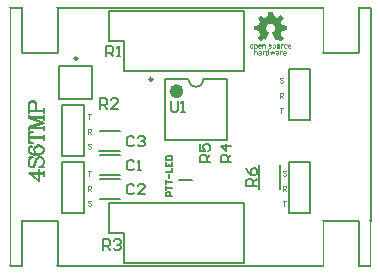
<source format=gto>
G04*
G04 #@! TF.GenerationSoftware,Altium Limited,Altium Designer,20.0.10 (225)*
G04*
G04 Layer_Color=65535*
%FSLAX25Y25*%
%MOIN*%
G70*
G01*
G75*
%ADD10C,0.00984*%
%ADD11C,0.02362*%
%ADD12C,0.00787*%
%ADD13C,0.00500*%
%ADD14C,0.00400*%
%ADD15C,0.00800*%
%ADD16C,0.00300*%
G36*
X87642Y69531D02*
Y69504D01*
X87911Y68132D01*
Y68105D01*
X87938Y68078D01*
X87965Y68051D01*
X88880Y67675D01*
X88961D01*
X90118Y68482D01*
X90145D01*
X90199Y68455D01*
X91195Y67513D01*
Y67486D01*
Y67459D01*
Y67432D01*
Y67405D01*
X90387Y66275D01*
Y66221D01*
Y66195D01*
Y66168D01*
X90818Y65226D01*
Y65199D01*
X90845Y65172D01*
X90899D01*
X92190Y64930D01*
X92244D01*
X92271Y64903D01*
Y64876D01*
Y63504D01*
Y63477D01*
X92244Y63450D01*
X92190D01*
X90926Y63181D01*
X90899D01*
X90872Y63154D01*
X90845Y63127D01*
X90441Y62104D01*
Y62077D01*
Y62050D01*
Y62024D01*
Y61997D01*
X91195Y60947D01*
Y60893D01*
Y60866D01*
X90199Y59898D01*
X90172Y59871D01*
X90145D01*
X90118Y59898D01*
X89069Y60597D01*
X88961D01*
X88530Y60355D01*
X88477D01*
X88450Y60382D01*
X87481Y62696D01*
Y62723D01*
X87508Y62804D01*
X87642Y62858D01*
X87669Y62885D01*
X87696Y62911D01*
X87723Y62938D01*
X87804Y62992D01*
X87911Y63100D01*
X88046Y63235D01*
X88181Y63396D01*
X88288Y63611D01*
X88369Y63853D01*
X88396Y64149D01*
Y64176D01*
Y64257D01*
X88369Y64365D01*
X88342Y64526D01*
X88288Y64688D01*
X88208Y64876D01*
X88100Y65064D01*
X87965Y65226D01*
X87938Y65253D01*
X87885Y65307D01*
X87804Y65360D01*
X87669Y65468D01*
X87508Y65549D01*
X87319Y65602D01*
X87131Y65656D01*
X86889Y65683D01*
X86781D01*
X86674Y65656D01*
X86512Y65629D01*
X86351Y65576D01*
X86162Y65495D01*
X86001Y65387D01*
X85813Y65226D01*
X85786Y65199D01*
X85759Y65145D01*
X85678Y65064D01*
X85597Y64930D01*
X85517Y64768D01*
X85463Y64580D01*
X85409Y64392D01*
X85382Y64149D01*
Y64122D01*
Y64015D01*
X85409Y63880D01*
X85463Y63692D01*
X85544Y63504D01*
X85678Y63288D01*
X85839Y63100D01*
X86082Y62911D01*
Y62885D01*
X86109Y62858D01*
X86136D01*
X86270Y62804D01*
X86297Y62777D01*
Y62696D01*
X85355Y60382D01*
X85328D01*
X85247Y60355D01*
X84790Y60597D01*
X84709D01*
X83660Y59898D01*
X83633Y59871D01*
X83606D01*
X83579Y59898D01*
X82583Y60866D01*
Y60893D01*
Y60920D01*
Y60947D01*
X83337Y61997D01*
Y62024D01*
Y62050D01*
Y62077D01*
Y62104D01*
X82906Y63127D01*
Y63154D01*
X82853Y63181D01*
X81588Y63450D01*
X81561D01*
X81534Y63477D01*
X81507Y63504D01*
Y64876D01*
Y64903D01*
X81534Y64930D01*
X81588D01*
X82879Y65172D01*
X82906D01*
X82987Y65226D01*
X83364Y66168D01*
Y66195D01*
Y66221D01*
Y66248D01*
Y66275D01*
X82583Y67405D01*
Y67432D01*
Y67459D01*
Y67486D01*
Y67513D01*
X83579Y68455D01*
X83606Y68482D01*
X83660D01*
X84790Y67675D01*
X84898D01*
X85813Y68051D01*
X85839D01*
X85866Y68078D01*
Y68132D01*
X86136Y69504D01*
Y69531D01*
X86162Y69558D01*
X87616D01*
X87642Y69531D01*
D02*
G37*
G36*
X91302Y58714D02*
X91410Y58660D01*
X91195Y58391D01*
X91168Y58418D01*
X91141Y58444D01*
X91087Y58471D01*
X91033Y58498D01*
X90979D01*
X90899Y58471D01*
X90791Y58364D01*
X90764Y58283D01*
X90737Y58175D01*
Y57314D01*
X90441D01*
Y58767D01*
X90737D01*
Y58606D01*
X90764Y58633D01*
X90818Y58687D01*
X90952Y58741D01*
X91114Y58767D01*
X91195D01*
X91302Y58714D01*
D02*
G37*
G36*
X85113D02*
X85194Y58633D01*
X85274Y58552D01*
X85328Y58418D01*
X85355Y58256D01*
Y57314D01*
X85059D01*
Y58175D01*
Y58202D01*
Y58229D01*
X85032Y58337D01*
X84925Y58444D01*
X84871Y58498D01*
X84709D01*
X84628Y58471D01*
X84521Y58364D01*
X84494Y58283D01*
X84467Y58175D01*
Y57314D01*
X84171D01*
Y58767D01*
X84467D01*
Y58606D01*
X84494Y58633D01*
X84575Y58687D01*
X84682Y58741D01*
X84871Y58767D01*
X84951D01*
X85113Y58714D01*
D02*
G37*
G36*
X82207Y58741D02*
X82341Y58714D01*
X82476Y58606D01*
X82503Y58579D01*
X82529Y58471D01*
X82556Y58310D01*
Y58041D01*
Y58014D01*
Y57987D01*
Y57825D01*
X82529Y57637D01*
X82476Y57476D01*
X82449Y57449D01*
X82341Y57395D01*
X82207Y57314D01*
X82072Y57287D01*
X82045D01*
X81964Y57314D01*
X81830Y57368D01*
X81668Y57449D01*
Y56319D01*
X81695Y56345D01*
X81776Y56399D01*
X81884Y56453D01*
X82072Y56480D01*
X82153D01*
X82314Y56426D01*
X82395Y56372D01*
X82476Y56265D01*
X82529Y56157D01*
X82556Y55996D01*
Y55054D01*
X82260D01*
Y55888D01*
Y55915D01*
Y55942D01*
X82234Y56050D01*
X82126Y56157D01*
X82072Y56211D01*
X81911D01*
X81830Y56184D01*
X81722Y56076D01*
X81695Y55996D01*
X81668Y55888D01*
Y55054D01*
X81426D01*
Y58767D01*
X81668D01*
Y58606D01*
X81695Y58633D01*
X81803Y58687D01*
X81911Y58741D01*
X82072Y58767D01*
X82099D01*
X82207Y58741D01*
D02*
G37*
G36*
X86970D02*
X87131Y58687D01*
X87319Y58552D01*
X87158Y58364D01*
X87104Y58391D01*
X86997Y58444D01*
X86862Y58471D01*
X86754Y58498D01*
X86701D01*
X86620Y58471D01*
X86539Y58444D01*
X86485Y58337D01*
Y58310D01*
X86512Y58283D01*
X86566Y58229D01*
X86701Y58202D01*
X86943Y58175D01*
X87024D01*
X87158Y58095D01*
X87319Y57960D01*
X87346Y57879D01*
X87373Y57745D01*
Y57718D01*
Y57664D01*
X87346Y57610D01*
X87293Y57529D01*
X87212Y57422D01*
X87104Y57368D01*
X86970Y57314D01*
X86754Y57287D01*
X86701D01*
X86539Y57314D01*
X86351Y57395D01*
X86136Y57556D01*
X86324Y57745D01*
X86351Y57718D01*
X86458Y57664D01*
X86620Y57583D01*
X86781Y57556D01*
X86835D01*
X86943Y57583D01*
X87024Y57637D01*
X87077Y57691D01*
Y57745D01*
Y57772D01*
X87050Y57799D01*
X86997Y57853D01*
X86889Y57906D01*
X86593D01*
X86566Y57933D01*
X86431Y57987D01*
X86297Y58122D01*
X86270Y58202D01*
X86243Y58337D01*
Y58364D01*
Y58418D01*
X86297Y58552D01*
X86378Y58633D01*
X86458Y58714D01*
X86593Y58741D01*
X86754Y58767D01*
X86808D01*
X86970Y58741D01*
D02*
G37*
G36*
X92217D02*
X92379Y58660D01*
X92540Y58525D01*
X92325Y58337D01*
X92298Y58364D01*
X92244Y58418D01*
X92163Y58471D01*
X92029Y58498D01*
X91975D01*
X91867Y58444D01*
X91787Y58391D01*
X91733Y58310D01*
X91706Y58202D01*
X91679Y58041D01*
Y58014D01*
Y57960D01*
X91733Y57825D01*
X91840Y57664D01*
X91921Y57610D01*
X92029Y57583D01*
X92056D01*
X92136Y57610D01*
X92217Y57664D01*
X92325Y57745D01*
X92540Y57556D01*
X92513Y57503D01*
X92405Y57422D01*
X92244Y57341D01*
X92029Y57287D01*
X91921D01*
X91813Y57341D01*
X91706Y57395D01*
X91598Y57476D01*
X91491Y57610D01*
X91410Y57799D01*
X91383Y58041D01*
Y58068D01*
Y58148D01*
X91410Y58283D01*
X91464Y58418D01*
X91544Y58525D01*
X91652Y58660D01*
X91813Y58741D01*
X92029Y58767D01*
X92083D01*
X92217Y58741D01*
D02*
G37*
G36*
X90118Y57314D02*
X89822D01*
Y57449D01*
X89795Y57422D01*
X89714Y57368D01*
X89607Y57314D01*
X89472Y57287D01*
X89392D01*
X89230Y57341D01*
X89122Y57395D01*
X89042Y57503D01*
X88988Y57610D01*
X88961Y57772D01*
Y58767D01*
X89257D01*
Y57906D01*
Y57853D01*
X89284Y57745D01*
X89392Y57637D01*
X89445Y57610D01*
X89553Y57583D01*
X89607D01*
X89688Y57637D01*
X89768Y57718D01*
X89822Y57799D01*
Y57906D01*
Y58767D01*
X90118D01*
Y57314D01*
D02*
G37*
G36*
X93401Y58741D02*
X93536Y58687D01*
X93643Y58633D01*
X93724Y58525D01*
X93805Y58364D01*
X93832Y58175D01*
Y57906D01*
X92917D01*
Y57879D01*
Y57853D01*
X92971Y57745D01*
X93078Y57610D01*
X93159Y57583D01*
X93267Y57556D01*
X93293D01*
X93374Y57583D01*
X93482Y57637D01*
X93563Y57718D01*
X93778Y57529D01*
X93751Y57503D01*
X93643Y57422D01*
X93482Y57314D01*
X93267Y57287D01*
X93159D01*
X93051Y57341D01*
X92944Y57395D01*
X92836Y57476D01*
X92728Y57610D01*
X92648Y57799D01*
X92621Y58041D01*
Y58068D01*
Y58148D01*
X92648Y58283D01*
X92702Y58418D01*
X92755Y58525D01*
X92863Y58660D01*
X93024Y58741D01*
X93213Y58767D01*
X93321D01*
X93401Y58741D01*
D02*
G37*
G36*
X88288D02*
X88423Y58714D01*
X88557Y58606D01*
X88584Y58579D01*
X88638Y58471D01*
X88692Y58310D01*
X88719Y58041D01*
Y58014D01*
Y57987D01*
X88692Y57825D01*
X88665Y57637D01*
X88557Y57476D01*
X88530Y57449D01*
X88450Y57395D01*
X88315Y57314D01*
X88127Y57287D01*
X88073D01*
X87965Y57314D01*
X87831Y57368D01*
X87669Y57476D01*
X87642Y57503D01*
X87616Y57610D01*
X87562Y57799D01*
X87535Y58041D01*
Y58068D01*
Y58095D01*
X87562Y58256D01*
X87589Y58444D01*
X87669Y58606D01*
X87696Y58633D01*
X87777Y58687D01*
X87938Y58741D01*
X88127Y58767D01*
X88181D01*
X88288Y58741D01*
D02*
G37*
G36*
X83525D02*
X83660Y58687D01*
X83767Y58633D01*
X83848Y58525D01*
X83929Y58364D01*
X83956Y58175D01*
Y57906D01*
X83041D01*
Y57879D01*
Y57853D01*
X83095Y57745D01*
X83175Y57610D01*
X83256Y57583D01*
X83364Y57556D01*
X83391D01*
X83498Y57583D01*
X83579Y57637D01*
X83687Y57718D01*
X83929Y57529D01*
X83875Y57503D01*
X83767Y57422D01*
X83606Y57314D01*
X83391Y57287D01*
X83283D01*
X83175Y57341D01*
X83068Y57395D01*
X82960Y57476D01*
X82853Y57610D01*
X82772Y57799D01*
X82745Y58041D01*
Y58068D01*
Y58148D01*
X82772Y58283D01*
X82825Y58418D01*
X82879Y58525D01*
X82987Y58660D01*
X83148Y58741D01*
X83337Y58767D01*
X83444D01*
X83525Y58741D01*
D02*
G37*
G36*
X80753D02*
X80888Y58714D01*
X80996Y58606D01*
X81023Y58579D01*
X81076Y58471D01*
X81130Y58310D01*
X81157Y58041D01*
Y58014D01*
Y57987D01*
X81130Y57825D01*
X81103Y57637D01*
X80996Y57476D01*
X80969Y57449D01*
X80888Y57395D01*
X80753Y57314D01*
X80565Y57287D01*
X80511D01*
X80404Y57314D01*
X80269Y57368D01*
X80108Y57476D01*
X80081Y57503D01*
X80054Y57637D01*
X80027Y57799D01*
X80000Y58041D01*
Y58068D01*
Y58095D01*
X80027Y58256D01*
X80054Y58418D01*
X80108Y58606D01*
X80135Y58633D01*
X80215Y58687D01*
X80377Y58741D01*
X80565Y58767D01*
X80619D01*
X80753Y58741D01*
D02*
G37*
G36*
X90952Y56426D02*
X91060Y56372D01*
X90818Y56130D01*
Y56157D01*
X90764Y56184D01*
X90710Y56211D01*
X90576D01*
X90495Y56184D01*
X90414Y56076D01*
X90360Y55996D01*
Y55888D01*
Y55054D01*
X90064D01*
Y56480D01*
X90360D01*
Y56319D01*
X90387Y56345D01*
X90468Y56399D01*
X90576Y56453D01*
X90764Y56480D01*
X90845D01*
X90952Y56426D01*
D02*
G37*
G36*
X86378Y55054D02*
X86082D01*
Y55161D01*
X86055Y55135D01*
X85974Y55081D01*
X85866Y55027D01*
X85705Y55000D01*
X85678D01*
X85570Y55027D01*
X85436Y55081D01*
X85328Y55215D01*
X85301Y55242D01*
X85274Y55323D01*
X85247Y55377D01*
Y55484D01*
X85220Y55592D01*
Y55753D01*
Y55780D01*
Y55834D01*
X85247Y55996D01*
X85274Y56184D01*
X85301Y56265D01*
X85328Y56319D01*
X85355Y56345D01*
X85409Y56399D01*
X85544Y56453D01*
X85705Y56480D01*
X85732D01*
X85839Y56453D01*
X85947Y56426D01*
X86082Y56319D01*
Y57072D01*
X86378D01*
Y55054D01*
D02*
G37*
G36*
X85113Y56426D02*
X85220Y56372D01*
X85005Y56130D01*
X84978Y56157D01*
X84951Y56184D01*
X84871Y56211D01*
X84763D01*
X84682Y56184D01*
X84575Y56076D01*
X84548Y55996D01*
Y55888D01*
Y55054D01*
X84252D01*
Y56480D01*
X84548D01*
Y56319D01*
X84575Y56345D01*
X84628Y56399D01*
X84736Y56453D01*
X84898Y56480D01*
X85005D01*
X85113Y56426D01*
D02*
G37*
G36*
X88127Y55054D02*
X87858D01*
X87535Y56050D01*
X87239Y55054D01*
X86997D01*
X86539Y56480D01*
X86835D01*
X87104Y55458D01*
X87454Y56480D01*
X87669D01*
X87992Y55458D01*
X88261Y56480D01*
X88584D01*
X88127Y55054D01*
D02*
G37*
G36*
X89472Y56426D02*
X89553Y56372D01*
X89661Y56292D01*
X89714Y56184D01*
X89741Y56023D01*
Y55054D01*
X89472D01*
Y55161D01*
X89445Y55135D01*
X89392Y55081D01*
X89257Y55027D01*
X89096Y55000D01*
X89015D01*
X88853Y55054D01*
X88746Y55108D01*
X88665Y55188D01*
X88611Y55296D01*
X88584Y55458D01*
Y55484D01*
Y55538D01*
X88638Y55673D01*
X88692Y55753D01*
X88800Y55834D01*
X88907Y55861D01*
X89069Y55888D01*
X89472D01*
Y56023D01*
Y56050D01*
X89445Y56130D01*
X89338Y56184D01*
X89284Y56211D01*
X89069D01*
X88961Y56184D01*
X88907Y56130D01*
X88692Y56292D01*
X88719Y56319D01*
X88800Y56399D01*
X88934Y56453D01*
X89176Y56480D01*
X89257D01*
X89472Y56426D01*
D02*
G37*
G36*
X83498Y56453D02*
X83633Y56426D01*
X83741Y56372D01*
X83821Y56292D01*
X83902Y56184D01*
X83929Y56023D01*
Y55054D01*
X83633D01*
Y55161D01*
X83606Y55135D01*
X83552Y55081D01*
X83444Y55027D01*
X83283Y55000D01*
X83202D01*
X83014Y55054D01*
X82906Y55108D01*
X82825Y55188D01*
X82772Y55296D01*
X82745Y55458D01*
Y55484D01*
Y55538D01*
X82799Y55673D01*
X82853Y55753D01*
X82960Y55834D01*
X83068Y55861D01*
X83229Y55888D01*
X83633D01*
Y56023D01*
Y56050D01*
X83606Y56130D01*
X83498Y56184D01*
X83444Y56211D01*
X83229D01*
X83122Y56184D01*
X83041Y56130D01*
X82825Y56292D01*
X82853Y56319D01*
X82960Y56399D01*
X83095Y56453D01*
X83310Y56480D01*
X83418D01*
X83498Y56453D01*
D02*
G37*
G36*
X91840D02*
X91975Y56399D01*
X92083Y56345D01*
X92163Y56238D01*
X92244Y56076D01*
X92271Y55888D01*
Y55619D01*
X91356D01*
Y55592D01*
Y55565D01*
X91410Y55458D01*
X91491Y55323D01*
X91571Y55296D01*
X91679Y55269D01*
X91706D01*
X91813Y55296D01*
X91894Y55350D01*
X92002Y55431D01*
X92217Y55242D01*
X92190Y55215D01*
X92083Y55135D01*
X91921Y55027D01*
X91706Y55000D01*
X91598D01*
X91491Y55054D01*
X91383Y55108D01*
X91275Y55188D01*
X91168Y55323D01*
X91087Y55511D01*
X91060Y55753D01*
Y55780D01*
Y55861D01*
X91087Y55996D01*
X91141Y56130D01*
X91195Y56238D01*
X91302Y56372D01*
X91464Y56453D01*
X91652Y56480D01*
X91760D01*
X91840Y56453D01*
D02*
G37*
%LPC*%
G36*
X81964Y58498D02*
X81911D01*
X81830Y58444D01*
X81776Y58391D01*
X81722Y58310D01*
X81695Y58202D01*
X81668Y58041D01*
Y58014D01*
Y57960D01*
X81695Y57825D01*
X81803Y57664D01*
X81857Y57610D01*
X81964Y57583D01*
X82018D01*
X82126Y57637D01*
X82180Y57691D01*
X82207Y57772D01*
X82260Y57879D01*
Y58041D01*
Y58068D01*
Y58122D01*
X82234Y58283D01*
X82126Y58418D01*
X82072Y58471D01*
X81964Y58498D01*
D02*
G37*
G36*
X93293D02*
X93159D01*
X93078Y58471D01*
X92971Y58364D01*
X92944Y58283D01*
X92917Y58175D01*
X93536D01*
Y58202D01*
Y58229D01*
X93482Y58337D01*
X93374Y58444D01*
X93293Y58498D01*
D02*
G37*
G36*
X88127D02*
X88100D01*
X88046Y58471D01*
X87965Y58444D01*
X87911Y58364D01*
X87885Y58310D01*
X87858Y58202D01*
X87831Y58041D01*
Y57987D01*
Y57906D01*
X87858Y57772D01*
X87911Y57691D01*
Y57664D01*
X87938Y57637D01*
X88019Y57610D01*
X88127Y57583D01*
X88154D01*
X88208Y57610D01*
X88288Y57637D01*
X88342Y57691D01*
X88369Y57718D01*
X88396Y57772D01*
X88423Y57879D01*
Y58041D01*
Y58095D01*
Y58175D01*
X88396Y58283D01*
X88342Y58364D01*
Y58391D01*
X88288Y58444D01*
X88235Y58471D01*
X88127Y58498D01*
D02*
G37*
G36*
X83418D02*
X83283D01*
X83202Y58471D01*
X83095Y58364D01*
X83068Y58283D01*
X83041Y58175D01*
X83660D01*
Y58202D01*
Y58229D01*
X83606Y58337D01*
X83498Y58444D01*
X83418Y58498D01*
D02*
G37*
G36*
X80565D02*
X80538D01*
X80484Y58471D01*
X80404Y58444D01*
X80350Y58364D01*
X80323Y58337D01*
X80296Y58283D01*
X80269Y58175D01*
X80242Y58041D01*
Y58014D01*
X80269Y57906D01*
X80296Y57799D01*
X80350Y57691D01*
Y57664D01*
X80377Y57637D01*
X80458Y57610D01*
X80565Y57583D01*
X80592D01*
X80673Y57610D01*
X80753Y57637D01*
X80807Y57691D01*
Y57718D01*
X80834Y57772D01*
X80861Y57879D01*
Y58041D01*
Y58095D01*
Y58175D01*
X80834Y58283D01*
X80807Y58364D01*
X80780Y58391D01*
X80753Y58444D01*
X80673Y58471D01*
X80565Y58498D01*
D02*
G37*
G36*
X85813Y56211D02*
X85759D01*
X85678Y56157D01*
X85624Y56103D01*
X85570Y56023D01*
X85544Y55915D01*
X85517Y55753D01*
Y55727D01*
Y55673D01*
X85544Y55538D01*
X85651Y55377D01*
X85705Y55323D01*
X85813Y55296D01*
X85866D01*
X85947Y55350D01*
X86001Y55404D01*
X86028Y55484D01*
X86082Y55592D01*
Y55753D01*
Y55780D01*
Y55834D01*
X86055Y55996D01*
X85974Y56130D01*
X85893Y56184D01*
X85813Y56211D01*
D02*
G37*
G36*
X89472Y55619D02*
X89096D01*
X89015Y55592D01*
X88907Y55565D01*
X88880Y55458D01*
Y55431D01*
X88907Y55377D01*
X88988Y55296D01*
X89122Y55269D01*
X89176D01*
X89311Y55296D01*
X89419Y55377D01*
X89445Y55458D01*
X89472Y55538D01*
Y55619D01*
D02*
G37*
G36*
X83633D02*
X83256D01*
X83175Y55592D01*
X83068Y55565D01*
X83041Y55458D01*
Y55431D01*
X83068Y55377D01*
X83148Y55296D01*
X83310Y55269D01*
X83364D01*
X83471Y55296D01*
X83579Y55377D01*
X83633Y55458D01*
Y55538D01*
Y55619D01*
D02*
G37*
G36*
X91733Y56211D02*
X91598D01*
X91518Y56184D01*
X91410Y56076D01*
X91383Y55996D01*
X91356Y55888D01*
X91975D01*
Y55915D01*
Y55942D01*
X91921Y56050D01*
X91813Y56157D01*
X91733Y56211D01*
D02*
G37*
%LPD*%
D10*
X22476Y54071D02*
G03*
X22476Y54071I-492J0D01*
G01*
X47492Y47114D02*
G03*
X47492Y47114I-492J0D01*
G01*
D11*
X56685Y43098D02*
G03*
X56685Y43098I-1181J0D01*
G01*
D12*
X59500Y47035D02*
G03*
X64500Y47035I2500J0D01*
G01*
X56335Y13500D02*
X60665D01*
X78000Y-14000D02*
Y6000D01*
X33000D02*
X78000D01*
X33000Y-4000D02*
Y6000D01*
Y-4000D02*
X38000D01*
Y-14000D02*
Y-4000D01*
Y-14000D02*
X78000D01*
Y50000D02*
Y70000D01*
X33000D02*
X78000D01*
X33000Y60000D02*
Y70000D01*
Y60000D02*
X38000D01*
Y50000D02*
Y60000D01*
Y50000D02*
X78000D01*
X29866Y13847D02*
X36559D01*
X29866Y7153D02*
X36559D01*
X29827Y23232D02*
X36520D01*
X29866Y29847D02*
X36559D01*
X16472Y40488D02*
Y51512D01*
X16473Y40488D02*
X27496D01*
Y51512D01*
X16472Y51512D02*
X27496D01*
X92957Y19543D02*
X100043D01*
X92957Y2457D02*
Y19543D01*
Y2457D02*
X100043D01*
Y19543D01*
X89945Y10486D02*
Y18589D01*
X83055Y10486D02*
Y18589D01*
X51567Y26957D02*
X72433D01*
X64500Y47035D02*
X72433D01*
X51567D02*
X59500D01*
X72433Y26957D02*
Y47035D01*
X51567Y26957D02*
Y47035D01*
X92957Y50528D02*
X100043D01*
X92957Y33441D02*
Y50528D01*
Y33441D02*
X100043D01*
Y50528D01*
X29866Y15154D02*
X36559D01*
X29866Y21847D02*
X36559D01*
X17457Y2457D02*
X24543D01*
Y19543D01*
X17457D02*
X24543D01*
X17457Y2457D02*
Y19543D01*
Y21457D02*
X24543D01*
Y38543D01*
X17457D02*
X24543D01*
X17457Y21457D02*
Y38543D01*
D13*
X54000Y8336D02*
X52000D01*
Y9335D01*
X52333Y9668D01*
X53000D01*
X53333Y9335D01*
Y8336D01*
X52000Y10335D02*
Y11668D01*
Y11001D01*
X54000D01*
X52000Y12334D02*
Y13667D01*
Y13001D01*
X54000D01*
X53000Y14333D02*
Y15666D01*
X52000Y16333D02*
X54000D01*
Y17666D01*
X52000Y19665D02*
Y18332D01*
X54000D01*
Y19665D01*
X53000Y18332D02*
Y18999D01*
X52000Y20332D02*
X54000D01*
Y21331D01*
X53666Y21665D01*
X52333D01*
X52000Y21331D01*
Y20332D01*
D14*
X91100Y47400D02*
X90800Y47699D01*
X90200D01*
X89900Y47400D01*
Y47100D01*
X90200Y46800D01*
X90800D01*
X91100Y46500D01*
Y46200D01*
X90800Y45900D01*
X90200D01*
X89900Y46200D01*
X90900Y6699D02*
X92100D01*
X91500D01*
Y4900D01*
X92100Y16399D02*
X91800Y16699D01*
X91200D01*
X90900Y16399D01*
Y16100D01*
X91200Y15800D01*
X91800D01*
X92100Y15500D01*
Y15200D01*
X91800Y14900D01*
X91200D01*
X90900Y15200D01*
X89900Y40900D02*
Y42699D01*
X90800D01*
X91100Y42399D01*
Y41800D01*
X90800Y41500D01*
X89900D01*
X90500D02*
X91100Y40900D01*
X89900Y37699D02*
X91100D01*
X90500D01*
Y35900D01*
X90900Y9900D02*
Y11699D01*
X91800D01*
X92100Y11400D01*
Y10800D01*
X91800Y10500D01*
X90900D01*
X91500D02*
X92100Y9900D01*
X25900Y28900D02*
Y30699D01*
X26800D01*
X27100Y30400D01*
Y29800D01*
X26800Y29500D01*
X25900D01*
X26500D02*
X27100Y28900D01*
Y6400D02*
X26800Y6699D01*
X26200D01*
X25900Y6400D01*
Y6100D01*
X26200Y5800D01*
X26800D01*
X27100Y5500D01*
Y5200D01*
X26800Y4900D01*
X26200D01*
X25900Y5200D01*
Y16699D02*
X27100D01*
X26500D01*
Y14900D01*
X25900Y35699D02*
X27100D01*
X26500D01*
Y33900D01*
X27100Y25400D02*
X26800Y25699D01*
X26200D01*
X25900Y25400D01*
Y25100D01*
X26200Y24800D01*
X26800D01*
X27100Y24500D01*
Y24200D01*
X26800Y23900D01*
X26200D01*
X25900Y24200D01*
Y9900D02*
Y11699D01*
X26800D01*
X27100Y11400D01*
Y10800D01*
X26800Y10500D01*
X25900D01*
X26500D02*
X27100Y9900D01*
D15*
X6677Y15609D02*
X11200D01*
X9772Y17038D02*
Y13229D01*
X6201Y15847D01*
X11200D01*
Y14895D02*
Y16562D01*
X6915Y20823D02*
X6201Y21061D01*
X7629D01*
X6915Y20823D01*
X6439Y20347D01*
X6201Y19632D01*
Y18918D01*
X6439Y18204D01*
X6915Y17728D01*
X7391D01*
X7867Y17966D01*
X8105Y18204D01*
X8343Y18680D01*
X8820Y20109D01*
X9058Y20585D01*
X9534Y21061D01*
X7391Y17728D02*
X7867Y18204D01*
X8105Y18680D01*
X8581Y20109D01*
X8820Y20585D01*
X9058Y20823D01*
X9534Y21061D01*
X10486D01*
X10962Y20585D01*
X11200Y19871D01*
Y19156D01*
X10962Y18442D01*
X10486Y17966D01*
X9772Y17728D01*
X11200D01*
X10486Y17966D01*
X6915Y24655D02*
X7153Y24417D01*
X7391Y24655D01*
X7153Y24893D01*
X6915D01*
X6439Y24655D01*
X6201Y24179D01*
Y23465D01*
X6439Y22751D01*
X6915Y22275D01*
X7391Y22037D01*
X8343Y21799D01*
X9772D01*
X10486Y22037D01*
X10962Y22513D01*
X11200Y23227D01*
Y23703D01*
X10962Y24417D01*
X10486Y24893D01*
X9772Y25131D01*
X9534D01*
X8820Y24893D01*
X8343Y24417D01*
X8105Y23703D01*
Y23465D01*
X8343Y22751D01*
X8820Y22275D01*
X9534Y22037D01*
X6201Y23465D02*
X6439Y22989D01*
X6915Y22513D01*
X7391Y22275D01*
X8343Y22037D01*
X9772D01*
X10486Y22275D01*
X10962Y22751D01*
X11200Y23227D01*
Y23703D02*
X10962Y24179D01*
X10486Y24655D01*
X9772Y24893D01*
X9534D01*
X8820Y24655D01*
X8343Y24179D01*
X8105Y23703D01*
X6201Y27536D02*
X11200D01*
X6201Y27773D02*
X11200D01*
X6201Y26107D02*
X7629Y25869D01*
X6201D01*
Y29440D01*
X7629D01*
X6201Y29202D01*
X11200Y26821D02*
Y28488D01*
X6201Y30868D02*
X11200D01*
X6201Y31106D02*
X10486Y32534D01*
X6201Y30868D02*
X11200Y32534D01*
X6201Y34201D02*
X11200Y32534D01*
X6201Y34201D02*
X11200D01*
X6201Y34439D02*
X11200D01*
X6201Y30154D02*
Y31106D01*
Y34201D02*
Y35153D01*
X11200Y30154D02*
Y31582D01*
Y33487D02*
Y35153D01*
X6201Y36438D02*
X11200D01*
X6201Y36676D02*
X11200D01*
X6201Y35724D02*
Y38581D01*
X6439Y39295D01*
X6677Y39533D01*
X7153Y39771D01*
X7867D01*
X8343Y39533D01*
X8581Y39295D01*
X8820Y38581D01*
Y36676D01*
X6201Y38581D02*
X6439Y39057D01*
X6677Y39295D01*
X7153Y39533D01*
X7867D01*
X8343Y39295D01*
X8581Y39057D01*
X8820Y38581D01*
X11200Y35724D02*
Y37391D01*
X53667Y39749D02*
Y36834D01*
X54251Y36251D01*
X55417D01*
X56000Y36834D01*
Y39749D01*
X57166Y36251D02*
X58333D01*
X57749D01*
Y39749D01*
X57166Y39166D01*
X82249Y11584D02*
X78751D01*
Y13334D01*
X79334Y13917D01*
X80500D01*
X81083Y13334D01*
Y11584D01*
Y12751D02*
X82249Y13917D01*
X78751Y17416D02*
X79334Y16249D01*
X80500Y15083D01*
X81666D01*
X82249Y15666D01*
Y16833D01*
X81666Y17416D01*
X81083D01*
X80500Y16833D01*
Y15083D01*
X66749Y19584D02*
X63251D01*
Y21334D01*
X63834Y21917D01*
X65000D01*
X65583Y21334D01*
Y19584D01*
Y20751D02*
X66749Y21917D01*
X63251Y25416D02*
Y23083D01*
X65000D01*
X64417Y24249D01*
Y24833D01*
X65000Y25416D01*
X66166D01*
X66749Y24833D01*
Y23666D01*
X66166Y23083D01*
X73749Y19584D02*
X70251D01*
Y21334D01*
X70834Y21917D01*
X72000D01*
X72583Y21334D01*
Y19584D01*
Y20751D02*
X73749Y21917D01*
Y24833D02*
X70251D01*
X72000Y23083D01*
Y25416D01*
X31084Y-9749D02*
Y-6251D01*
X32834D01*
X33417Y-6834D01*
Y-8000D01*
X32834Y-8583D01*
X31084D01*
X32251D02*
X33417Y-9749D01*
X34583Y-6834D02*
X35166Y-6251D01*
X36333D01*
X36916Y-6834D01*
Y-7417D01*
X36333Y-8000D01*
X35749D01*
X36333D01*
X36916Y-8583D01*
Y-9166D01*
X36333Y-9749D01*
X35166D01*
X34583Y-9166D01*
X30084Y37251D02*
Y40749D01*
X31834D01*
X32417Y40166D01*
Y39000D01*
X31834Y38417D01*
X30084D01*
X31251D02*
X32417Y37251D01*
X35916D02*
X33583D01*
X35916Y39583D01*
Y40166D01*
X35333Y40749D01*
X34166D01*
X33583Y40166D01*
X32167Y54751D02*
Y58249D01*
X33917D01*
X34500Y57666D01*
Y56500D01*
X33917Y55917D01*
X32167D01*
X33334D02*
X34500Y54751D01*
X35666D02*
X36833D01*
X36249D01*
Y58249D01*
X35666Y57666D01*
X41417Y27666D02*
X40834Y28249D01*
X39667D01*
X39084Y27666D01*
Y25334D01*
X39667Y24751D01*
X40834D01*
X41417Y25334D01*
X42583Y27666D02*
X43166Y28249D01*
X44333D01*
X44916Y27666D01*
Y27083D01*
X44333Y26500D01*
X43749D01*
X44333D01*
X44916Y25917D01*
Y25334D01*
X44333Y24751D01*
X43166D01*
X42583Y25334D01*
X41417Y11666D02*
X40834Y12249D01*
X39667D01*
X39084Y11666D01*
Y9334D01*
X39667Y8751D01*
X40834D01*
X41417Y9334D01*
X44916Y8751D02*
X42583D01*
X44916Y11083D01*
Y11666D01*
X44333Y12249D01*
X43166D01*
X42583Y11666D01*
X41417Y19666D02*
X40834Y20249D01*
X39667D01*
X39084Y19666D01*
Y17334D01*
X39667Y16751D01*
X40834D01*
X41417Y17334D01*
X42583Y16751D02*
X43749D01*
X43166D01*
Y20249D01*
X42583Y19666D01*
D16*
X120229Y71000D02*
G03*
X120079Y71150I-150J0D01*
G01*
X120229Y71000D02*
G03*
X120079Y71150I-150J0D01*
G01*
X116142D02*
G03*
X115992Y71000I0J-150D01*
G01*
X119929Y132D02*
G03*
X119850Y-0I71J-132D01*
G01*
X116142Y55952D02*
G03*
X116292Y56102I0J150D01*
G01*
X116142Y55952D02*
G03*
X116292Y56102I0J150D01*
G01*
X116142Y71150D02*
G03*
X115992Y71000I0J-150D01*
G01*
X104481Y71000D02*
G03*
X104331Y71150I-150J0D01*
G01*
X104481Y71000D02*
G03*
X104331Y71150I-150J0D01*
G01*
X104181Y56102D02*
G03*
X104331Y55952I150J0D01*
G01*
X104181Y56102D02*
G03*
X104331Y55952I150J0D01*
G01*
Y150D02*
G03*
X104181Y0I0J-150D01*
G01*
X120150Y-132D02*
G03*
X120229Y-0I-71J132D01*
G01*
X120150Y-132D02*
G03*
X120229Y-0I-71J132D01*
G01*
X119929Y132D02*
G03*
X119850Y-0I71J-132D01*
G01*
X120000Y-15150D02*
G03*
X120150Y-15000I0J150D01*
G01*
X120000Y-15150D02*
G03*
X120150Y-15000I0J150D01*
G01*
X116292Y-0D02*
G03*
X116142Y150I-150J0D01*
G01*
X116292Y-0D02*
G03*
X116142Y150I-150J0D01*
G01*
X104331Y150D02*
G03*
X104181Y0I0J-150D01*
G01*
X115992Y-15000D02*
G03*
X116142Y-15150I150J0D01*
G01*
X115992Y-15000D02*
G03*
X116142Y-15150I150J0D01*
G01*
X104331Y-15150D02*
G03*
X104481Y-15000I0J150D01*
G01*
X15748Y71150D02*
G03*
X15598Y71000I0J-150D01*
G01*
X15748Y71150D02*
G03*
X15598Y71000I0J-150D01*
G01*
X15748Y55952D02*
G03*
X15898Y56102I0J150D01*
G01*
X15748Y55952D02*
G03*
X15898Y56102I0J150D01*
G01*
X4087Y71000D02*
G03*
X3937Y71150I-150J0D01*
G01*
X4087Y71000D02*
G03*
X3937Y71150I-150J0D01*
G01*
X-0D02*
G03*
X-150Y71000I0J-150D01*
G01*
X-0Y71150D02*
G03*
X-150Y71000I0J-150D01*
G01*
X3787Y56102D02*
G03*
X3937Y55952I150J0D01*
G01*
X3787Y56102D02*
G03*
X3937Y55952I150J0D01*
G01*
Y150D02*
G03*
X3787Y0I0J-150D01*
G01*
X15898D02*
G03*
X15748Y150I-150J0D01*
G01*
X15898Y0D02*
G03*
X15748Y150I-150J0D01*
G01*
X104331Y-15150D02*
G03*
X104481Y-15000I0J150D01*
G01*
X15598Y-15000D02*
G03*
X15748Y-15150I150J0D01*
G01*
X15598Y-15000D02*
G03*
X15748Y-15150I150J0D01*
G01*
X3937Y150D02*
G03*
X3787Y0I0J-150D01*
G01*
X-150Y-15000D02*
G03*
X-0Y-15150I150J0D01*
G01*
X3937D02*
G03*
X4087Y-15000I0J150D01*
G01*
X3937Y-15150D02*
G03*
X4087Y-15000I0J150D01*
G01*
X-150D02*
G03*
X-0Y-15150I150J0D01*
G01*
X120229Y-0D02*
Y71000D01*
X116142Y71150D02*
X120079D01*
X116292Y56102D02*
Y70850D01*
X119929D01*
X115992Y56252D02*
Y71000D01*
X104481Y56252D02*
Y71000D01*
X104331Y55952D02*
X116142D01*
X104481Y56252D02*
X115992D01*
X104331Y150D02*
X116142Y150D01*
X120150Y-15000D02*
Y-132D01*
X119929Y132D02*
Y70850D01*
X119850Y-14850D02*
Y-0D01*
X116142Y-15150D02*
X120000D01*
X116292Y-14850D02*
X119850D01*
X116292D02*
Y-0D01*
X104481Y-15000D02*
X104481Y-150D01*
X115992Y-15000D02*
Y-150D01*
X104481Y-150D02*
X115992Y-150D01*
X15898Y70850D02*
X104181Y70850D01*
X15748Y71150D02*
X104331Y71150D01*
X104181Y56102D02*
Y70850D01*
X15898Y56102D02*
Y70850D01*
X15598Y56252D02*
Y71000D01*
X3937Y55952D02*
X15748D01*
X4087Y56252D02*
X15598D01*
X3937Y150D02*
X15748D01*
X4087Y56252D02*
Y71000D01*
X-0Y71150D02*
X3937D01*
X3787Y56102D02*
Y70850D01*
X150D02*
X3787D01*
X104181Y-14850D02*
X104181Y0D01*
X15898Y-14850D02*
X15898Y0D01*
X15598Y-15000D02*
X15598Y-150D01*
X15898Y-14850D02*
X104181Y-14850D01*
X15748Y-15150D02*
X104331Y-15150D01*
X4087Y-150D02*
X15598D01*
X4087Y-15000D02*
Y-150D01*
X3787Y-14850D02*
Y0D01*
X150Y70850D02*
X150Y-14850D01*
X-150Y71000D02*
X-150Y-15000D01*
X-0Y-15150D02*
X3937D01*
X150Y-14850D02*
X3787D01*
M02*

</source>
